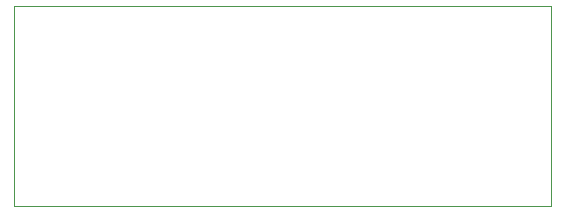
<source format=gm1>
G04 #@! TF.GenerationSoftware,KiCad,Pcbnew,5.1.5+dfsg1-2build2*
G04 #@! TF.CreationDate,2022-12-10T10:35:03-05:00*
G04 #@! TF.ProjectId,double-tuned-bpf,646f7562-6c65-42d7-9475-6e65642d6270,rev?*
G04 #@! TF.SameCoordinates,Original*
G04 #@! TF.FileFunction,Profile,NP*
%FSLAX46Y46*%
G04 Gerber Fmt 4.6, Leading zero omitted, Abs format (unit mm)*
G04 Created by KiCad (PCBNEW 5.1.5+dfsg1-2build2) date 2022-12-10 10:35:03*
%MOMM*%
%LPD*%
G04 APERTURE LIST*
%ADD10C,0.100000*%
G04 APERTURE END LIST*
D10*
X150000000Y-89000000D02*
X150000000Y-106000000D01*
X104500000Y-89000000D02*
X150000000Y-89000000D01*
X104500000Y-106000000D02*
X104500000Y-89000000D01*
X150000000Y-106000000D02*
X104500000Y-106000000D01*
M02*

</source>
